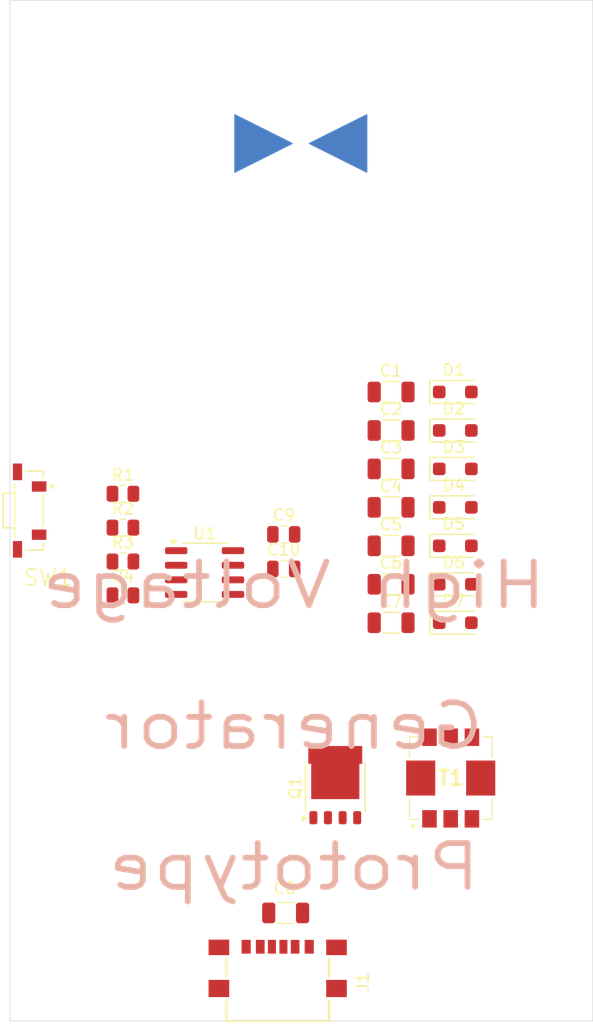
<source format=kicad_pcb>
(kicad_pcb (version 20240108) (generator "pcbnew") (generator_version "8.0")
  (layers (0 "F.Cu" signal) (31 "B.Cu" signal) (34 "B.Paste" user) (35 "F.Paste" user) (36 "B.SilkS" user "B.Silkscreen") (37 "F.SilkS" user "F.Silkscreen") (38 "B.Mask" user) (39 "F.Mask" user) (44 "Edge.Cuts" user))
  (net 0 "")
  (net 1 "Net-(T1-SB)")
  (net 2 "Net-(D1-A)")
  (net 3 "Net-(D2-A)")
  (net 4 "Net-(D1-K)")
  (net 5 "Net-(D3-K)")
  (net 6 "Net-(D4-K)")
  (net 7 "Net-(D5-K)")
  (net 8 "Net-(D6-K)")
  (net 9 "Net-(D7-K)")
  (net 10 "GNDREF")
  (net 11 "Net-(T1-AA)")
  (net 12 "Net-(U1-THR)")
  (net 13 "+5V")
  (net 16 "Net-(Q1-D)")
  (net 17 "Net-(Q1-G)")
  (net 18 "Net-(U1-DIS)")
  (footprint "Diode_SMD:D_SOD-123F" (layer "F.Cu") (at 150.576975 75.567625)
    (property "Reference" "D2" (at -0.127 -1.905 0) (layer "F.SilkS"))
    (property "Value" "D_45deg")
    (fp_line (start -2.21 -1) (end -2.21 1) (stroke (width 0.12)) (layer "F.SilkS"))
    (fp_line (start -2.21 -1) (end 1.65 -1) (stroke (width 0.12)) (layer "F.SilkS"))
    (fp_line (start -2.21 1) (end 1.65 1) (stroke (width 0.12)) (layer "F.SilkS"))
    (pad "1" smd roundrect (at -1.4 0) (size 1.1 1.1) (layers "F.Cu" "F.Paste" "F.Mask") (roundrect_rratio 0.2272727273) (net 2 "Net-(D1-A)"))
    (pad "2" smd roundrect (at 1.4 0) (size 1.1 1.1) (layers "F.Cu" "F.Paste" "F.Mask") (roundrect_rratio 0.2272727273) (net 3 "Net-(D2-A)"))
  )
  (footprint "Resistor_SMD:R_0805_2012Metric" (layer "F.Cu") (at 121.607383 86.983744)
    (property "Reference" "R3" (at 0 -1.65 0) (layer "F.SilkS"))
    (property "Value" "1k")
    (fp_line (start -0.227064 -0.735) (end 0.227064 -0.735) (stroke (width 0.12)) (layer "F.SilkS"))
    (fp_line (start -0.227064 0.735) (end 0.227064 0.735) (stroke (width 0.12)) (layer "F.SilkS"))
    (pad "1" smd roundrect (at -0.9125 0) (size 1.025 1.4) (layers "F.Cu" "F.Paste" "F.Mask") (roundrect_rratio 0.243902) (net 13 "+5V"))
    (pad "2" smd roundrect (at 0.9125 0) (size 1.025 1.4) (layers "F.Cu" "F.Paste" "F.Mask") (roundrect_rratio 0.243902) (net 17 "Net-(Q1-G)"))
  )
  (footprint "Diode_SMD:D_SOD-123F" (layer "F.Cu") (at 150.576975 88.967625)
    (property "Reference" "D6" (at -0.127 -1.905 0) (layer "F.SilkS"))
    (property "Value" "D_45deg")
    (fp_line (start -2.21 -1) (end -2.21 1) (stroke (width 0.12)) (layer "F.SilkS"))
    (fp_line (start -2.21 -1) (end 1.65 -1) (stroke (width 0.12)) (layer "F.SilkS"))
    (fp_line (start -2.21 1) (end 1.65 1) (stroke (width 0.12)) (layer "F.SilkS"))
    (pad "1" smd roundrect (at -1.4 0) (size 1.1 1.1) (layers "F.Cu" "F.Paste" "F.Mask") (roundrect_rratio 0.2272727273) (net 8 "Net-(D6-K)"))
    (pad "2" smd roundrect (at 1.4 0) (size 1.1 1.1) (layers "F.Cu" "F.Paste" "F.Mask") (roundrect_rratio 0.2272727273) (net 7 "Net-(D5-K)"))
  )
  (footprint "Diode_SMD:D_SOD-123F" (layer "F.Cu") (at 150.576975 78.917625)
    (property "Reference" "D3" (at -0.127 -1.905 0) (layer "F.SilkS"))
    (property "Value" "D_45deg")
    (fp_line (start -2.21 -1) (end -2.21 1) (stroke (width 0.12)) (layer "F.SilkS"))
    (fp_line (start -2.21 -1) (end 1.65 -1) (stroke (width 0.12)) (layer "F.SilkS"))
    (fp_line (start -2.21 1) (end 1.65 1) (stroke (width 0.12)) (layer "F.SilkS"))
    (pad "1" smd roundrect (at -1.4 0) (size 1.1 1.1) (layers "F.Cu" "F.Paste" "F.Mask") (roundrect_rratio 0.2272727273) (net 5 "Net-(D3-K)"))
    (pad "2" smd roundrect (at 1.4 0) (size 1.1 1.1) (layers "F.Cu" "F.Paste" "F.Mask") (roundrect_rratio 0.2272727273) (net 4 "Net-(D1-K)"))
  )
  (footprint "Diode_SMD:D_SOD-123F" (layer "F.Cu") (at 150.576975 85.617625)
    (property "Reference" "D5" (at -0.127 -1.905 0) (layer "F.SilkS"))
    (property "Value" "D_45deg")
    (fp_line (start -2.21 -1) (end -2.21 1) (stroke (width 0.12)) (layer "F.SilkS"))
    (fp_line (start -2.21 -1) (end 1.65 -1) (stroke (width 0.12)) (layer "F.SilkS"))
    (fp_line (start -2.21 1) (end 1.65 1) (stroke (width 0.12)) (layer "F.SilkS"))
    (pad "1" smd roundrect (at -1.4 0) (size 1.1 1.1) (layers "F.Cu" "F.Paste" "F.Mask") (roundrect_rratio 0.2272727273) (net 7 "Net-(D5-K)"))
    (pad "2" smd roundrect (at 1.4 0) (size 1.1 1.1) (layers "F.Cu" "F.Paste" "F.Mask") (roundrect_rratio 0.2272727273) (net 6 "Net-(D4-K)"))
  )
  (footprint "Capacitor_SMD:C_1206_3216Metric" (layer "F.Cu") (at 144.981975 85.617625)
    (property "Reference" "C5" (at 0 -1.85 0) (layer "F.SilkS"))
    (property "Value" "22nF")
    (fp_line (start -0.711252 -0.91) (end 0.711252 -0.91) (stroke (width 0.12)) (layer "F.SilkS"))
    (fp_line (start -0.711252 0.91) (end 0.711252 0.91) (stroke (width 0.12)) (layer "F.SilkS"))
    (pad "1" smd roundrect (at -1.475 0) (size 1.15 1.8) (layers "F.Cu" "F.Paste" "F.Mask") (roundrect_rratio 0.217391) (net 5 "Net-(D3-K)"))
    (pad "2" smd roundrect (at 1.475 0) (size 1.15 1.8) (layers "F.Cu" "F.Paste" "F.Mask") (roundrect_rratio 0.217391) (net 7 "Net-(D5-K)"))
  )
  (footprint "Capacitor_SMD:C_1206_3216Metric" (layer "F.Cu") (at 135.78979 117.594175 180)
    (property "Reference" "C8" (at 0.067717 2.1331 0) (layer "F.SilkS"))
    (property "Value" "100 uF")
    (fp_line (start -0.711252 0.91) (end 0.711252 0.91) (stroke (width 0.12)) (layer "F.SilkS"))
    (fp_line (start -0.711252 -0.91) (end 0.711252 -0.91) (stroke (width 0.12)) (layer "F.SilkS"))
    (pad "1" smd roundrect (at -1.475 0 180) (size 1.15 1.8) (layers "F.Cu" "F.Paste" "F.Mask") (roundrect_rratio 0.217391) (net 10 "GNDREF"))
    (pad "2" smd roundrect (at 1.475 0 180) (size 1.15 1.8) (layers "F.Cu" "F.Paste" "F.Mask") (roundrect_rratio 0.217391) (net 11 "Net-(T1-AA)"))
  )
  (footprint "Resistor_SMD:R_0805_2012Metric" (layer "F.Cu") (at 121.607383 89.933744)
    (property "Reference" "R4" (at 0 -1.65 0) (layer "F.SilkS"))
    (property "Value" "1M")
    (fp_line (start -0.227064 -0.735) (end 0.227064 -0.735) (stroke (width 0.12)) (layer "F.SilkS"))
    (fp_line (start -0.227064 0.735) (end 0.227064 0.735) (stroke (width 0.12)) (layer "F.SilkS"))
    (pad "1" smd roundrect (at -0.9125 0) (size 1.025 1.4) (layers "F.Cu" "F.Paste" "F.Mask") (roundrect_rratio 0.243902) (net 17 "Net-(Q1-G)"))
    (pad "2" smd roundrect (at 0.9125 0) (size 1.025 1.4) (layers "F.Cu" "F.Paste" "F.Mask") (roundrect_rratio 0.243902) (net 10 "GNDREF"))
  )
  (footprint "Diode_SMD:D_SOD-123F" (layer "F.Cu") (at 150.576975 82.267625)
    (property "Reference" "D4" (at -0.127 -1.905 0) (layer "F.SilkS"))
    (property "Value" "D_45deg")
    (fp_line (start -2.21 -1) (end -2.21 1) (stroke (width 0.12)) (layer "F.SilkS"))
    (fp_line (start -2.21 -1) (end 1.65 -1) (stroke (width 0.12)) (layer "F.SilkS"))
    (fp_line (start -2.21 1) (end 1.65 1) (stroke (width 0.12)) (layer "F.SilkS"))
    (pad "1" smd roundrect (at -1.4 0) (size 1.1 1.1) (layers "F.Cu" "F.Paste" "F.Mask") (roundrect_rratio 0.2272727273) (net 6 "Net-(D4-K)"))
    (pad "2" smd roundrect (at 1.4 0) (size 1.1 1.1) (layers "F.Cu" "F.Paste" "F.Mask") (roundrect_rratio 0.2272727273) (net 5 "Net-(D3-K)"))
  )
  (footprint "Arc:53100C" (layer "F.Cu") (at 150.177207 105.845367)
    (property "Reference" "T1" (at 0 0 0) (layer "F.SilkS") (effects (font (size 1.27 1.27) (thickness 0.254))))
    (property "Value" "Transformer_1P_1S" (hide yes))
    (fp_line (start -3.6 -3.6) (end -3.6 -1.8) (stroke (width 0.1)) (layer "F.SilkS"))
    (fp_line (start -3.6 1.8) (end -3.6 3.6) (stroke (width 0.1)) (layer "F.SilkS"))
    (fp_line (start -3.6 3.6) (end -2.8 3.6) (stroke (width 0.1)) (layer "F.SilkS"))
    (fp_line (start -3.4 4.2) (end -3.4 4.2) (stroke (width 0.2)) (layer "F.SilkS"))
    (fp_line (start -3.2 4.2) (end -3.2 4.2) (stroke (width 0.2)) (layer "F.SilkS"))
    (fp_line (start -2.8 -3.6) (end -3.6 -3.6) (stroke (width 0.1)) (layer "F.SilkS"))
    (fp_line (start -2.8 3.6) (end -2.8 3.6) (stroke (width 0.1)) (layer "F.SilkS"))
    (fp_line (start 2.8 -3.6) (end 3.6 -3.6) (stroke (width 0.1)) (layer "F.SilkS"))
    (fp_line (start 3.6 -3.6) (end 3.6 -1.8) (stroke (width 0.1)) (layer "F.SilkS"))
    (fp_line (start 3.6 -1.8) (end 3.6 -1.8) (stroke (width 0.1)) (layer "F.SilkS"))
    (fp_line (start 3.6 -1.8) (end 3.6 -1.8) (stroke (width 0.1)) (layer "F.SilkS"))
    (fp_line (start 3.6 1.8) (end 3.6 3.6) (stroke (width 0.1)) (layer "F.SilkS"))
    (fp_line (start 3.6 3.6) (end 2.8 3.6) (stroke (width 0.1)) (layer "F.SilkS"))
    (fp_arc (start -3.4 4.2) (mid -3.3 4.1) (end -3.2 4.2) (stroke (width 0.2)) (layer "F.SilkS"))
    (fp_arc (start -3.2 4.2) (mid -3.3 4.3) (end -3.4 4.2) (stroke (width 0.2)) (layer "F.SilkS"))
    (pad "1" smd rect (at -1.85 3.555) (size 1.27 1.52) (layers "F.Cu" "F.Paste" "F.Mask") (net 11 "Net-(T1-AA)"))
    (pad "2" smd rect (at 0 3.555) (size 1.27 1.52) (layers "F.Cu" "F.Paste" "F.Mask") (net 16 "Net-(Q1-D)"))
    (pad "3" smd rect (at 1.85 3.555) (size 1.27 1.52) (layers "F.Cu" "F.Paste" "F.Mask") (net 3 "Net-(D2-A)"))
    (pad "4" smd rect (at 1.85 -3.555) (size 1.27 1.52) (layers "F.Cu" "F.Paste" "F.Mask") (net 1 "Net-(T1-SB)"))
    (pad "5" smd rect (at 0 -3.555) (size 1.27 1.52) (layers "F.Cu" "F.Paste" "F.Mask"))
    (pad "6" smd rect (at -1.85 -3.555) (size 1.27 1.52) (layers "F.Cu" "F.Paste" "F.Mask"))
    (pad "7" smd rect (at 2.615 0) (size 2.54 3.05) (layers "F.Cu" "F.Paste" "F.Mask"))
    (pad "8" smd rect (at -2.615 0) (size 2.54 3.05) (layers "F.Cu" "F.Paste" "F.Mask"))
  )
  (footprint "Capacitor_SMD:C_0805_2012Metric" (layer "F.Cu") (at 135.625832 87.631001)
    (property "Reference" "C10" (at 0 -1.68 0) (layer "F.SilkS"))
    (property "Value" "10nF")
    (fp_line (start -0.261252 -0.735) (end 0.261252 -0.735) (stroke (width 0.12)) (layer "F.SilkS"))
    (fp_line (start -0.261252 0.735) (end 0.261252 0.735) (stroke (width 0.12)) (layer "F.SilkS"))
    (pad "1" smd roundrect (at -0.95 0) (size 1 1.45) (layers "F.Cu" "F.Paste" "F.Mask") (net 10 "GNDREF"))
    (pad "2" smd roundrect (at 0.95 0) (size 1 1.45) (layers "F.Cu" "F.Paste" "F.Mask") (net 13 "+5V"))
  )
  (footprint "Resistor_SMD:R_0805_2012Metric" (layer "F.Cu") (at 121.607383 84.033744)
    (property "Reference" "R2" (at 0 -1.65 0) (layer "F.SilkS"))
    (property "Value" "4.7k")
    (fp_line (start -0.227064 -0.735) (end 0.227064 -0.735) (stroke (width 0.12)) (layer "F.SilkS"))
    (fp_line (start -0.227064 0.735) (end 0.227064 0.735) (stroke (width 0.12)) (layer "F.SilkS"))
    (pad "1" smd roundrect (at -0.9125 0) (size 1.025 1.4) (layers "F.Cu" "F.Paste" "F.Mask") (roundrect_rratio 0.243902) (net 18 "Net-(U1-DIS)"))
    (pad "2" smd roundrect (at 0.9125 0) (size 1.025 1.4) (layers "F.Cu" "F.Paste" "F.Mask") (roundrect_rratio 0.243902) (net 12 "Net-(U1-THR)"))
  )
  (footprint "Package_SO:SOIC-8_3.9x4.9mm_P1.27mm" (layer "F.Cu") (at 128.724819 87.945067)
    (property "Reference" "U1" (at 0 -3.4 0) (layer "F.SilkS"))
    (property "Value" "NE555D")
    (fp_line (start 0 -2.56) (end -1.95 -2.56) (stroke (width 0.12)) (layer "F.SilkS"))
    (fp_line (start 0 -2.56) (end 1.95 -2.56) (stroke (width 0.12)) (layer "F.SilkS"))
    (fp_line (start 0 2.56) (end -1.95 2.56) (stroke (width 0.12)) (layer "F.SilkS"))
    (fp_line (start 0 2.56) (end 1.95 2.56) (stroke (width 0.12)) (layer "F.SilkS"))
    (fp_poly (pts (xy -2.7 -2.465) (xy -2.94 -2.795) (xy -2.46 -2.795) (xy -2.7 -2.465)) (stroke (width 0.12)) (fill solid) (layer "F.SilkS"))
    (pad "1" smd roundrect (at -2.475 -1.905) (size 1.95 0.6) (layers "F.Cu" "F.Paste" "F.Mask") (net 10 "GNDREF"))
    (pad "2" smd roundrect (at -2.475 -0.635) (size 1.95 0.6) (layers "F.Cu" "F.Paste" "F.Mask") (net 12 "Net-(U1-THR)"))
    (pad "3" smd roundrect (at -2.475 0.635) (size 1.95 0.6) (layers "F.Cu" "F.Paste" "F.Mask") (net 17 "Net-(Q1-G)"))
    (pad "4" smd roundrect (at -2.475 1.905) (size 1.95 0.6) (layers "F.Cu" "F.Paste" "F.Mask") (net 13 "+5V"))
    (pad "5" smd roundrect (at 2.475 1.905) (size 1.95 0.6) (layers "F.Cu" "F.Paste" "F.Mask"))
    (pad "6" smd roundrect (at 2.475 0.635) (size 1.95 0.6) (layers "F.Cu" "F.Paste" "F.Mask") (net 12 "Net-(U1-THR)"))
    (pad "7" smd roundrect (at 2.475 -0.635) (size 1.95 0.6) (layers "F.Cu" "F.Paste" "F.Mask") (net 18 "Net-(U1-DIS)"))
    (pad "8" smd roundrect (at 2.475 -1.905) (size 1.95 0.6) (layers "F.Cu" "F.Paste" "F.Mask") (net 13 "+5V"))
  )
  (footprint "Arc:SW_TL3330AF260QG" (layer "F.Cu") (at 113.416035 82.55 -90)
    (property "Reference" "SW1" (at 5.844433 -1.664657 0) (layer "F.SilkS") (effects (font (size 1.4 1.4))))
    (property "Value" "SW_Push")
    (fp_line (start -1.5 2.25) (end 1.5 2.25) (stroke (width 0.127)) (layer "F.SilkS"))
    (fp_line (start 1.5 2.25) (end 1.5 1.25) (stroke (width 0.127)) (layer "F.SilkS"))
    (fp_line (start -2.3365 1.25) (end -1.5 1.25) (stroke (width 0.127)) (layer "F.SilkS"))
    (fp_line (start -1.5 1.25) (end -1.5 2.25) (stroke (width 0.127)) (layer "F.SilkS"))
    (fp_line (start -1.5 1.25) (end 1.5 1.25) (stroke (width 0.127)) (layer "F.SilkS"))
    (fp_line (start 1.5 1.25) (end 2.3365 1.25) (stroke (width 0.127)) (layer "F.SilkS"))
    (fp_line (start -3.45 -1.25) (end -3.45 0.2865) (stroke (width 0.127)) (layer "F.SilkS"))
    (fp_line (start -2.8635 -1.25) (end -3.45 -1.25) (stroke (width 0.127)) (layer "F.SilkS"))
    (fp_line (start -1.3365 -1.25) (end 1.3365 -1.25) (stroke (width 0.127)) (layer "F.SilkS"))
    (fp_line (start 2.8635 -1.25) (end 3.45 -1.25) (stroke (width 0.127)) (layer "F.SilkS"))
    (fp_line (start 3.45 -1.25) (end 3.45 0.2865) (stroke (width 0.127)) (layer "F.SilkS"))
    (fp_circle (center -2.1 -2) (end -2 -2) (stroke (width 0.2)) (fill none) (layer "F.SilkS"))
    (pad "1" smd rect (at -2.1 -0.885 270) (size 0.9 1.27) (layers "F.Cu" "F.Paste" "F.Mask") (net 11 "Net-(T1-AA)"))
    (pad "2" smd rect (at 2.1 -0.885 270) (size 0.9 1.27) (layers "F.Cu" "F.Paste" "F.Mask") (net 13 "+5V"))
    (pad "S1" smd rect (at -3.375 1 270) (size 1.45 0.8) (layers "F.Cu" "F.Paste" "F.Mask"))
    (pad "S2" smd rect (at 3.375 1 270) (size 1.45 0.8) (layers "F.Cu" "F.Paste" "F.Mask"))
  )
  (footprint "Arc:GCT_USB4135-GF-A_REVA" (layer "F.Cu") (at 135.095999 124.176369)
    (property "Reference" "J1" (at 7.419527 -0.557796 90) (layer "F.SilkS"))
    (property "Value" "USB-C")
    (fp_line (start -4.47 -2.585) (end -4.47 -1.07) (stroke (width 0.2)) (layer "F.SilkS"))
    (fp_line (start -4.47 2.85) (end -4.47 1.07) (stroke (width 0.2)) (layer "F.SilkS"))
    (fp_line (start 4.47 -2.585) (end 4.47 -1.07) (stroke (width 0.2)) (layer "F.SilkS"))
    (fp_line (start 4.47 2.85) (end -4.47 2.85) (stroke (width 0.2)) (layer "F.SilkS"))
    (fp_line (start 4.47 2.85) (end 4.47 1.07) (stroke (width 0.2)) (layer "F.SilkS"))
    (pad "A5" smd rect (at -0.5 -3.635) (size 0.7 1.2) (layers "F.Cu" "F.Paste" "F.Mask"))
    (pad "A9" smd rect (at 1.52 -3.635) (size 0.76 1.2) (layers "F.Cu" "F.Paste" "F.Mask") (net 11 "Net-(T1-AA)"))
    (pad "A12" smd rect (at 2.75 -3.635) (size 0.8 1.2) (layers "F.Cu" "F.Paste" "F.Mask") (net 10 "GNDREF"))
    (pad "B5" smd rect (at 0.5 -3.635) (size 0.7 1.2) (layers "F.Cu" "F.Paste" "F.Mask"))
    (pad "B9" smd rect (at -1.52 -3.635) (size 0.76 1.2) (layers "F.Cu" "F.Paste" "F.Mask") (net 11 "Net-(T1-AA)"))
    (pad "B12" smd rect (at -2.75 -3.635) (size 0.8 1.2) (layers "F.Cu" "F.Paste" "F.Mask") (net 10 "GNDREF"))
    (pad "S1" smd rect (at -5.125 -3.58) (size 1.8 1.35) (layers "F.Cu" "F.Paste" "F.Mask") (net 10 "GNDREF"))
    (pad "S2" smd rect (at -5.125 0) (size 1.8 1.5) (layers "F.Cu" "F.Paste" "F.Mask"))
    (pad "S3" smd rect (at 5.125 0) (size 1.8 1.5) (layers "F.Cu" "F.Paste" "F.Mask"))
    (pad "S4" smd rect (at 5.125 -3.58) (size 1.8 1.35) (layers "F.Cu" "F.Paste" "F.Mask"))
  )
  (footprint "Capacitor_SMD:C_0805_2012Metric" (layer "F.Cu") (at 135.625832 84.621001)
    (property "Reference" "C9" (at 0 -1.68 0) (layer "F.SilkS"))
    (property "Value" "1nF")
    (fp_line (start -0.261252 -0.735) (end 0.261252 -0.735) (stroke (width 0.12)) (layer "F.SilkS"))
    (fp_line (start -0.261252 0.735) (end 0.261252 0.735) (stroke (width 0.12)) (layer "F.SilkS"))
    (pad "1" smd roundrect (at -0.95 0) (size 1 1.45) (layers "F.Cu" "F.Paste" "F.Mask") (net 10 "GNDREF"))
    (pad "2" smd roundrect (at 0.95 0) (size 1 1.45) (layers "F.Cu" "F.Paste" "F.Mask") (net 12 "Net-(U1-THR)"))
  )
  (footprint "Diode_SMD:D_SOD-123F" (layer "F.Cu") (at 150.576975 72.217625)
    (property "Reference" "D1" (at -0.127 -1.905 0) (layer "F.SilkS"))
    (property "Value" "D_45deg")
    (fp_line (start -2.21 -1) (end -2.21 1) (stroke (width 0.12)) (layer "F.SilkS"))
    (fp_line (start -2.21 -1) (end 1.65 -1) (stroke (width 0.12)) (layer "F.SilkS"))
    (fp_line (start -2.21 1) (end 1.65 1) (stroke (width 0.12)) (layer "F.SilkS"))
    (pad "1" smd roundrect (at -1.4 0) (size 1.1 1.1) (layers "F.Cu" "F.Paste" "F.Mask") (roundrect_rratio 0.2272727273) (net 4 "Net-(D1-K)"))
    (pad "2" smd roundrect (at 1.4 0) (size 1.1 1.1) (layers "F.Cu" "F.Paste" "F.Mask") (roundrect_rratio 0.2272727273) (net 2 "Net-(D1-A)"))
  )
  (footprint "Capacitor_SMD:C_1206_3216Metric" (layer "F.Cu") (at 144.981975 75.567625)
    (property "Reference" "C2" (at 0 -1.85 0) (layer "F.SilkS"))
    (property "Value" "22nF")
    (fp_line (start -0.711252 -0.91) (end 0.711252 -0.91) (stroke (width 0.12)) (layer "F.SilkS"))
    (fp_line (start -0.711252 0.91) (end 0.711252 0.91) (stroke (width 0.12)) (layer "F.SilkS"))
    (pad "1" smd roundrect (at -1.475 0) (size 1.15 1.8) (layers "F.Cu" "F.Paste" "F.Mask") (roundrect_rratio 0.217391) (net 3 "Net-(D2-A)"))
    (pad "2" smd roundrect (at 1.475 0) (size 1.15 1.8) (layers "F.Cu" "F.Paste" "F.Mask") (roundrect_rratio 0.217391) (net 4 "Net-(D1-K)"))
  )
  (footprint "Diode_SMD:D_SOD-123F" (layer "F.Cu") (at 150.576975 92.317625)
    (property "Reference" "D7" (at -0.127 -1.905 0) (layer "F.SilkS"))
    (property "Value" "D_45deg")
    (fp_line (start -2.21 -1) (end -2.21 1) (stroke (width 0.12)) (layer "F.SilkS"))
    (fp_line (start -2.21 -1) (end 1.65 -1) (stroke (width 0.12)) (layer "F.SilkS"))
    (fp_line (start -2.21 1) (end 1.65 1) (stroke (width 0.12)) (layer "F.SilkS"))
    (pad "1" smd roundrect (at -1.4 0) (size 1.1 1.1) (layers "F.Cu" "F.Paste" "F.Mask") (roundrect_rratio 0.2272727273) (net 9 "Net-(D7-K)"))
    (pad "2" smd roundrect (at 1.4 0) (size 1.1 1.1) (layers "F.Cu" "F.Paste" "F.Mask") (roundrect_rratio 0.2272727273) (net 8 "Net-(D6-K)"))
  )
  (footprint "Package_TO_SOT_SMD:LFPAK56" (layer "F.Cu") (at 140.117284 106.629673 90)
    (property "Reference" "Q1" (at -0.08 -3.48 90) (layer "F.SilkS"))
    (property "Value" "Q_NMOS_GDS")
    (fp_line (start 2.15 -2.6) (end -2.15 -2.6) (stroke (width 0.12)) (layer "F.SilkS"))
    (fp_line (start -2.15 2.6) (end 2.15 2.6) (stroke (width 0.12)) (layer "F.SilkS"))
    (fp_poly (pts (xy -2.73 -2.523297) (xy -2.49 -2.853297) (xy -2.97 -2.853297) (xy -2.73 -2.523297)) (stroke (width 0.12)) (fill solid) (layer "F.SilkS"))
    (pad "1" smd roundrect (at -2.67 -1.91) (size 0.7 1.15) (layers "F.Cu" "F.Paste" "F.Mask") (net 17 "Net-(Q1-G)"))
    (pad "2" smd roundrect (at -2.67 -0.64) (size 0.7 1.15) (layers "F.Cu" "F.Paste" "F.Mask") (net 16 "Net-(Q1-D)"))
    (pad "3" smd roundrect (at -2.67 0.64) (size 0.7 1.15) (layers "F.Cu" "F.Paste" "F.Mask") (net 10 "GNDREF"))
    (pad "4" smd roundrect (at -2.67 1.91) (size 0.7 1.15) (layers "F.Cu" "F.Paste" "F.Mask"))
    (pad "5" smd custom (at 0.6 0 90) (size 3.3 4.2) (layers "F.Cu" "F.Mask") (options (clearance outline) (anchor rect)) (primitives (gr_poly (pts (xy 2.975 2.35) (xy 1.425 2.35) (xy 1.425 -2.35) (xy 2.975 -2.35)) (width 0) (fill yes))))
  )
  (footprint "Capacitor_SMD:C_1206_3216Metric" (layer "F.Cu") (at 144.981975 82.267625)
    (property "Reference" "C4" (at 0 -1.85 0) (layer "F.SilkS"))
    (property "Value" "22nF")
    (fp_line (start -0.711252 -0.91) (end 0.711252 -0.91) (stroke (width 0.12)) (layer "F.SilkS"))
    (fp_line (start -0.711252 0.91) (end 0.711252 0.91) (stroke (width 0.12)) (layer "F.SilkS"))
    (pad "1" smd roundrect (at -1.475 0) (size 1.15 1.8) (layers "F.Cu" "F.Paste" "F.Mask") (roundrect_rratio 0.217391) (net 4 "Net-(D1-K)"))
    (pad "2" smd roundrect (at 1.475 0) (size 1.15 1.8) (layers "F.Cu" "F.Paste" "F.Mask") (roundrect_rratio 0.217391) (net 6 "Net-(D4-K)"))
  )
  (footprint "Capacitor_SMD:C_1206_3216Metric" (layer "F.Cu") (at 144.981975 78.917625)
    (property "Reference" "C3" (at 0 -1.85 0) (layer "F.SilkS"))
    (property "Value" "22nF")
    (fp_line (start -0.711252 -0.91) (end 0.711252 -0.91) (stroke (width 0.12)) (layer "F.SilkS"))
    (fp_line (start -0.711252 0.91) (end 0.711252 0.91) (stroke (width 0.12)) (layer "F.SilkS"))
    (pad "1" smd roundrect (at -1.475 0) (size 1.15 1.8) (layers "F.Cu" "F.Paste" "F.Mask") (roundrect_rratio 0.217391) (net 2 "Net-(D1-A)"))
    (pad "2" smd roundrect (at 1.475 0) (size 1.15 1.8) (layers "F.Cu" "F.Paste" "F.Mask") (roundrect_rratio 0.217391) (net 5 "Net-(D3-K)"))
  )
  (footprint "Resistor_SMD:R_0805_2012Metric" (layer "F.Cu") (at 121.607383 81.083744)
    (property "Reference" "R1" (at 0 -1.65 0) (layer "F.SilkS"))
    (property "Value" "2.7k")
    (fp_line (start -0.227064 -0.735) (end 0.227064 -0.735) (stroke (width 0.12)) (layer "F.SilkS"))
    (fp_line (start -0.227064 0.735) (end 0.227064 0.735) (stroke (width 0.12)) (layer "F.SilkS"))
    (pad "1" smd roundrect (at -0.9125 0) (size 1.025 1.4) (layers "F.Cu" "F.Paste" "F.Mask") (roundrect_rratio 0.243902) (net 13 "+5V"))
    (pad "2" smd roundrect (at 0.9125 0) (size 1.025 1.4) (layers "F.Cu" "F.Paste" "F.Mask") (roundrect_rratio 0.243902) (net 18 "Net-(U1-DIS)"))
  )
  (footprint "Capacitor_SMD:C_1206_3216Metric" (layer "F.Cu") (at 144.981975 72.217625)
    (property "Reference" "C1" (at 0 -1.85 0) (layer "F.SilkS"))
    (property "Value" "22nF")
    (fp_line (start -0.711252 -0.91) (end 0.711252 -0.91) (stroke (width 0.12)) (layer "F.SilkS"))
    (fp_line (start -0.711252 0.91) (end 0.711252 0.91) (stroke (width 0.12)) (layer "F.SilkS"))
    (pad "1" smd roundrect (at -1.475 0) (size 1.15 1.8) (layers "F.Cu" "F.Paste" "F.Mask") (roundrect_rratio 0.217391) (net 1 "Net-(T1-SB)"))
    (pad "2" smd roundrect (at 1.475 0) (size 1.15 1.8) (layers "F.Cu" "F.Paste" "F.Mask") (roundrect_rratio 0.217391) (net 2 "Net-(D1-A)"))
  )
  (footprint "Capacitor_SMD:C_1206_3216Metric" (layer "F.Cu") (at 144.981975 88.967625)
    (property "Reference" "C6" (at 0 -1.85 0) (layer "F.SilkS"))
    (property "Value" "22nF")
    (fp_line (start -0.711252 -0.91) (end 0.711252 -0.91) (stroke (width 0.12)) (layer "F.SilkS"))
    (fp_line (start -0.711252 0.91) (end 0.711252 0.91) (stroke (width 0.12)) (layer "F.SilkS"))
    (pad "1" smd roundrect (at -1.475 0) (size 1.15 1.8) (layers "F.Cu" "F.Paste" "F.Mask") (roundrect_rratio 0.217391) (net 6 "Net-(D4-K)"))
    (pad "2" smd roundrect (at 1.475 0) (size 1.15 1.8) (layers "F.Cu" "F.Paste" "F.Mask") (roundrect_rratio 0.217391) (net 8 "Net-(D6-K)"))
  )
  (footprint "Capacitor_SMD:C_1206_3216Metric" (layer "F.Cu") (at 144.981975 92.317625)
    (property "Reference" "C7" (at 0 -1.85 0) (layer "F.SilkS"))
    (property "Value" "22nF")
    (fp_line (start -0.711252 -0.91) (end 0.711252 -0.91) (stroke (width 0.12)) (layer "F.SilkS"))
    (fp_line (start -0.711252 0.91) (end 0.711252 0.91) (stroke (width 0.12)) (layer "F.SilkS"))
    (pad "1" smd roundrect (at -1.475 0) (size 1.15 1.8) (layers "F.Cu" "F.Paste" "F.Mask") (roundrect_rratio 0.217391) (net 7 "Net-(D5-K)"))
    (pad "2" smd roundrect (at 1.475 0) (size 1.15 1.8) (layers "F.Cu" "F.Paste" "F.Mask") (roundrect_rratio 0.217391) (net 9 "Net-(D7-K)"))
  )
  (footprint "Arc:Spark Gap" (layer "B.Cu") (at 126.360964 50.573679 90)
    (property "Reference" "E1" (hide yes))
    (property "Value" "SparkGap")
    (fp_poly (pts (xy 0 10) (xy -2.5 5) (xy 2.5 5)) (stroke (width 0.1)) (fill solid) (layer "B.Cu"))
    (fp_poly (pts (xy 0 11.5) (xy 2.5 16.5) (xy -2.5 16.5)) (stroke (width 0.1)) (fill solid) (layer "B.Cu"))
    (pad "1" smd custom (at 0 15 90) (size 1.524 1.524) (layers "B.Cu" "B.Mask") (net 9 "Net-(D7-K)") (options (clearance outline) (anchor rect)) (primitives))
    (pad "2" smd custom (at 0 6.5 90) (size 1.524 1.524) (layers "B.Cu" "B.Mask") (net 10 "GNDREF") (options (clearance outline) (anchor rect)) (primitives))
  )
  (gr_rect (start 111.76 38.1) (end 162.56 127) (stroke (width 0.05)) (fill none) (layer "Edge.Cuts"))
  (gr_text "High Voltage\n\nGenerator\n\nPrototype" (at 136.513404 115.815075 0) (layer "B.SilkS") (effects (font (size 3.81 4.572) (thickness 0.508)) (justify bottom mirror)))
)
</source>
